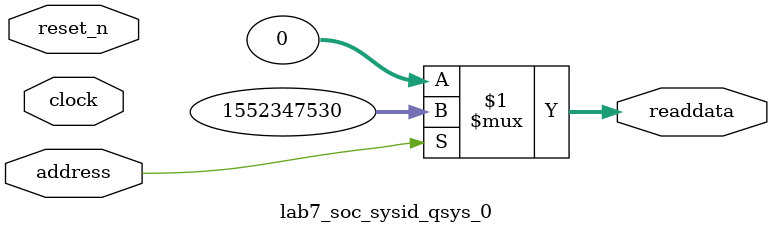
<source format=v>



// synthesis translate_off
`timescale 1ns / 1ps
// synthesis translate_on

// turn off superfluous verilog processor warnings 
// altera message_level Level1 
// altera message_off 10034 10035 10036 10037 10230 10240 10030 

module lab7_soc_sysid_qsys_0 (
               // inputs:
                address,
                clock,
                reset_n,

               // outputs:
                readdata
             )
;

  output  [ 31: 0] readdata;
  input            address;
  input            clock;
  input            reset_n;

  wire    [ 31: 0] readdata;
  //control_slave, which is an e_avalon_slave
  assign readdata = address ? 1552347530 : 0;

endmodule



</source>
